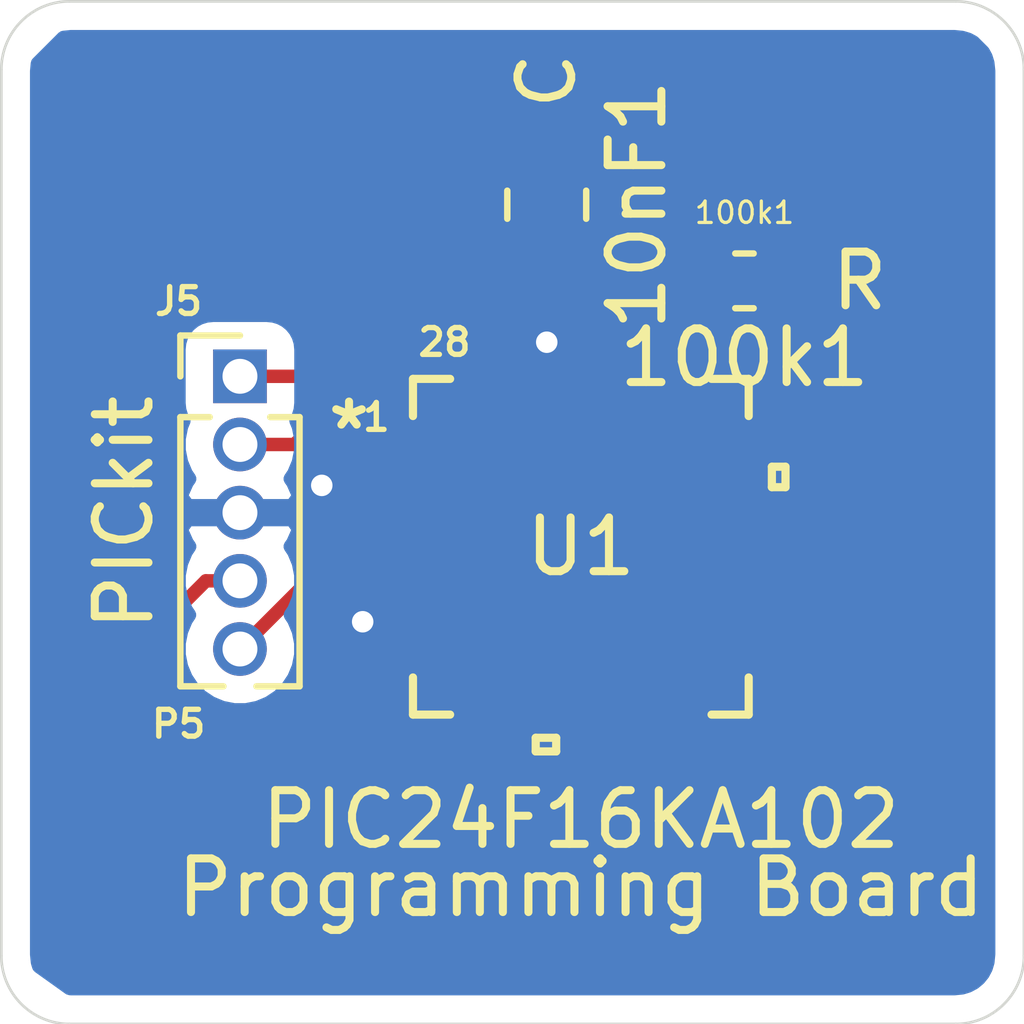
<source format=kicad_pcb>
(kicad_pcb (version 20171130) (host pcbnew "(5.1.8)-1")

  (general
    (thickness 1.6)
    (drawings 12)
    (tracks 70)
    (zones 0)
    (modules 4)
    (nets 27)
  )

  (page A4)
  (layers
    (0 F.Cu signal)
    (31 B.Cu signal)
    (32 B.Adhes user)
    (33 F.Adhes user)
    (34 B.Paste user)
    (35 F.Paste user)
    (36 B.SilkS user)
    (37 F.SilkS user)
    (38 B.Mask user)
    (39 F.Mask user)
    (40 Dwgs.User user)
    (41 Cmts.User user)
    (42 Eco1.User user)
    (43 Eco2.User user)
    (44 Edge.Cuts user)
    (45 Margin user)
    (46 B.CrtYd user)
    (47 F.CrtYd user)
    (48 B.Fab user)
    (49 F.Fab user)
  )

  (setup
    (last_trace_width 0.25)
    (trace_clearance 0.2)
    (zone_clearance 0.508)
    (zone_45_only no)
    (trace_min 0.1)
    (via_size 0.8)
    (via_drill 0.4)
    (via_min_size 0.2)
    (via_min_drill 0.3)
    (uvia_size 0.3)
    (uvia_drill 0.1)
    (uvias_allowed no)
    (uvia_min_size 0.2)
    (uvia_min_drill 0.1)
    (edge_width 0.05)
    (segment_width 0.2)
    (pcb_text_width 0.3)
    (pcb_text_size 1.5 1.5)
    (mod_edge_width 0.12)
    (mod_text_size 1 1)
    (mod_text_width 0.15)
    (pad_size 4 4)
    (pad_drill 0)
    (pad_to_mask_clearance 0)
    (aux_axis_origin 0 0)
    (visible_elements 7FFFF77F)
    (pcbplotparams
      (layerselection 0x010fc_ffffffff)
      (usegerberextensions false)
      (usegerberattributes true)
      (usegerberadvancedattributes true)
      (creategerberjobfile true)
      (excludeedgelayer true)
      (linewidth 0.100000)
      (plotframeref false)
      (viasonmask false)
      (mode 1)
      (useauxorigin false)
      (hpglpennumber 1)
      (hpglpenspeed 20)
      (hpglpendiameter 15.000000)
      (psnegative false)
      (psa4output false)
      (plotreference true)
      (plotvalue true)
      (plotinvisibletext false)
      (padsonsilk false)
      (subtractmaskfromsilk false)
      (outputformat 1)
      (mirror false)
      (drillshape 1)
      (scaleselection 1)
      (outputdirectory ""))
  )

  (net 0 "")
  (net 1 "MCLR(PIN1-PICkit)")
  (net 2 "PGD1(PIN5-PICkit)")
  (net 3 "PGC1(PIN4-PICkit)")
  (net 4 "Net-(U1-Pad3)")
  (net 5 "Net-(U1-Pad4)")
  (net 6 "Net-(U1-Pad6)")
  (net 7 "Net-(U1-Pad7)")
  (net 8 "Net-(U1-Pad8)")
  (net 9 "Net-(U1-Pad9)")
  (net 10 "Net-(U1-Pad11)")
  (net 11 "Net-(U1-Pad12)")
  (net 12 "Net-(U1-Pad13)")
  (net 13 "Net-(U1-Pad14)")
  (net 14 "Net-(U1-Pad15)")
  (net 15 "Net-(U1-Pad16)")
  (net 16 "Net-(U1-Pad17)")
  (net 17 "Net-(U1-Pad18)")
  (net 18 "Net-(U1-Pad19)")
  (net 19 "Net-(U1-Pad20)")
  (net 20 "Net-(U1-Pad21)")
  (net 21 "Net-(U1-Pad22)")
  (net 22 "Net-(U1-Pad23)")
  (net 23 "Net-(U1-Pad27)")
  (net 24 "Net-(U1-Pad28)")
  (net 25 +3V3)
  (net 26 GND)

  (net_class Default "This is the default net class."
    (clearance 0.2)
    (trace_width 0.25)
    (via_dia 0.8)
    (via_drill 0.4)
    (uvia_dia 0.3)
    (uvia_drill 0.1)
    (add_net +3V3)
    (add_net GND)
    (add_net "MCLR(PIN1-PICkit)")
    (add_net "Net-(U1-Pad11)")
    (add_net "Net-(U1-Pad12)")
    (add_net "Net-(U1-Pad13)")
    (add_net "Net-(U1-Pad14)")
    (add_net "Net-(U1-Pad15)")
    (add_net "Net-(U1-Pad16)")
    (add_net "Net-(U1-Pad17)")
    (add_net "Net-(U1-Pad18)")
    (add_net "Net-(U1-Pad19)")
    (add_net "Net-(U1-Pad20)")
    (add_net "Net-(U1-Pad21)")
    (add_net "Net-(U1-Pad22)")
    (add_net "Net-(U1-Pad23)")
    (add_net "Net-(U1-Pad27)")
    (add_net "Net-(U1-Pad28)")
    (add_net "Net-(U1-Pad3)")
    (add_net "Net-(U1-Pad4)")
    (add_net "Net-(U1-Pad6)")
    (add_net "Net-(U1-Pad7)")
    (add_net "Net-(U1-Pad8)")
    (add_net "Net-(U1-Pad9)")
    (add_net "PGC1(PIN4-PICkit)")
    (add_net "PGD1(PIN5-PICkit)")
  )

  (module Connector_PinHeader_1.27mm:PinHeader_1x05_P1.27mm_Vertical (layer F.Cu) (tedit 59FED6E3) (tstamp 5FC3ABAE)
    (at 27.305 147.955)
    (descr "Through hole straight pin header, 1x05, 1.27mm pitch, single row")
    (tags "Through hole pin header THT 1x05 1.27mm single row")
    (path /5FC9A806)
    (fp_text reference J5 (at -1.143 -1.397) (layer F.SilkS)
      (effects (font (size 0.5 0.5) (thickness 0.1)))
    )
    (fp_text value PICkit (at -2.159 2.54 270) (layer F.SilkS)
      (effects (font (size 1 1) (thickness 0.15)))
    )
    (fp_line (start 1.55 -1.15) (end -1.55 -1.15) (layer F.CrtYd) (width 0.05))
    (fp_line (start 1.55 6.25) (end 1.55 -1.15) (layer F.CrtYd) (width 0.05))
    (fp_line (start -1.55 6.25) (end 1.55 6.25) (layer F.CrtYd) (width 0.05))
    (fp_line (start -1.55 -1.15) (end -1.55 6.25) (layer F.CrtYd) (width 0.05))
    (fp_line (start -1.11 -0.76) (end 0 -0.76) (layer F.SilkS) (width 0.12))
    (fp_line (start -1.11 0) (end -1.11 -0.76) (layer F.SilkS) (width 0.12))
    (fp_line (start 0.563471 0.76) (end 1.11 0.76) (layer F.SilkS) (width 0.12))
    (fp_line (start -1.11 0.76) (end -0.563471 0.76) (layer F.SilkS) (width 0.12))
    (fp_line (start 1.11 0.76) (end 1.11 5.775) (layer F.SilkS) (width 0.12))
    (fp_line (start -1.11 0.76) (end -1.11 5.775) (layer F.SilkS) (width 0.12))
    (fp_line (start 0.30753 5.775) (end 1.11 5.775) (layer F.SilkS) (width 0.12))
    (fp_line (start -1.11 5.775) (end -0.30753 5.775) (layer F.SilkS) (width 0.12))
    (fp_line (start -1.05 -0.11) (end -0.525 -0.635) (layer F.Fab) (width 0.1))
    (fp_line (start -1.05 5.715) (end -1.05 -0.11) (layer F.Fab) (width 0.1))
    (fp_line (start 1.05 5.715) (end -1.05 5.715) (layer F.Fab) (width 0.1))
    (fp_line (start 1.05 -0.635) (end 1.05 5.715) (layer F.Fab) (width 0.1))
    (fp_line (start -0.525 -0.635) (end 1.05 -0.635) (layer F.Fab) (width 0.1))
    (fp_text user %R (at 0.127 -2.159 90) (layer F.Fab)
      (effects (font (size 1 1) (thickness 0.15)))
    )
    (pad 5 thru_hole oval (at 0 5.08) (size 1 1) (drill 0.65) (layers *.Cu *.Mask)
      (net 2 "PGD1(PIN5-PICkit)"))
    (pad 4 thru_hole oval (at 0 3.81) (size 1 1) (drill 0.65) (layers *.Cu *.Mask)
      (net 3 "PGC1(PIN4-PICkit)"))
    (pad 3 thru_hole oval (at 0 2.54) (size 1 1) (drill 0.65) (layers *.Cu *.Mask)
      (net 26 GND))
    (pad 2 thru_hole oval (at 0 1.27) (size 1 1) (drill 0.65) (layers *.Cu *.Mask)
      (net 25 +3V3))
    (pad 1 thru_hole rect (at 0 0) (size 1 1) (drill 0.65) (layers *.Cu *.Mask)
      (net 1 "MCLR(PIN1-PICkit)"))
    (model ${KISYS3DMOD}/Connector_PinHeader_1.27mm.3dshapes/PinHeader_1x05_P1.27mm_Vertical.wrl
      (at (xyz 0 0 0))
      (scale (xyz 1 1 1))
      (rotate (xyz 0 0 0))
    )
  )

  (module PIC24-28pinQFN-ProgrammingPCB:PIC24F16KA102-E&slash_ML (layer F.Cu) (tedit 5FC6CF93) (tstamp 5FC31415)
    (at 33.655 151.13)
    (path /5FC55744)
    (fp_text reference U1 (at 0 0) (layer F.SilkS)
      (effects (font (size 1 1) (thickness 0.15)))
    )
    (fp_text value PIC24F16KA102 (at 0 5.08) (layer F.SilkS)
      (effects (font (size 1 1) (thickness 0.15)))
    )
    (fp_line (start -3.000002 -1.730002) (end -1.730002 -3.000002) (layer F.Fab) (width 0.1524))
    (fp_line (start 1.7722 -3.000002) (end 2.1278 -3.000002) (layer F.Fab) (width 0.1524))
    (fp_line (start 2.1278 -3.000002) (end 2.1278 -3.000002) (layer F.Fab) (width 0.1524))
    (fp_line (start 2.1278 -3.000002) (end 1.7722 -3.000002) (layer F.Fab) (width 0.1524))
    (fp_line (start 1.7722 -3.000002) (end 1.7722 -3.000002) (layer F.Fab) (width 0.1524))
    (fp_line (start 1.1222 -3.000002) (end 1.4778 -3.000002) (layer F.Fab) (width 0.1524))
    (fp_line (start 1.4778 -3.000002) (end 1.4778 -3.000002) (layer F.Fab) (width 0.1524))
    (fp_line (start 1.4778 -3.000002) (end 1.1222 -3.000002) (layer F.Fab) (width 0.1524))
    (fp_line (start 1.1222 -3.000002) (end 1.1222 -3.000002) (layer F.Fab) (width 0.1524))
    (fp_line (start 0.4722 -3.000002) (end 0.8278 -3.000002) (layer F.Fab) (width 0.1524))
    (fp_line (start 0.8278 -3.000002) (end 0.8278 -3.000002) (layer F.Fab) (width 0.1524))
    (fp_line (start 0.8278 -3.000002) (end 0.4722 -3.000002) (layer F.Fab) (width 0.1524))
    (fp_line (start 0.4722 -3.000002) (end 0.4722 -3.000002) (layer F.Fab) (width 0.1524))
    (fp_line (start -0.1778 -3.000002) (end 0.1778 -3.000002) (layer F.Fab) (width 0.1524))
    (fp_line (start 0.1778 -3.000002) (end 0.1778 -3.000002) (layer F.Fab) (width 0.1524))
    (fp_line (start 0.1778 -3.000002) (end -0.1778 -3.000002) (layer F.Fab) (width 0.1524))
    (fp_line (start -0.1778 -3.000002) (end -0.1778 -3.000002) (layer F.Fab) (width 0.1524))
    (fp_line (start -0.8278 -3.000002) (end -0.4722 -3.000002) (layer F.Fab) (width 0.1524))
    (fp_line (start -0.4722 -3.000002) (end -0.4722 -3.000002) (layer F.Fab) (width 0.1524))
    (fp_line (start -0.4722 -3.000002) (end -0.8278 -3.000002) (layer F.Fab) (width 0.1524))
    (fp_line (start -0.8278 -3.000002) (end -0.8278 -3.000002) (layer F.Fab) (width 0.1524))
    (fp_line (start -1.4778 -3.000002) (end -1.1222 -3.000002) (layer F.Fab) (width 0.1524))
    (fp_line (start -1.1222 -3.000002) (end -1.1222 -3.000002) (layer F.Fab) (width 0.1524))
    (fp_line (start -1.1222 -3.000002) (end -1.4778 -3.000002) (layer F.Fab) (width 0.1524))
    (fp_line (start -1.4778 -3.000002) (end -1.4778 -3.000002) (layer F.Fab) (width 0.1524))
    (fp_line (start -2.1278 -3.000002) (end -1.7722 -3.000002) (layer F.Fab) (width 0.1524))
    (fp_line (start -1.7722 -3.000002) (end -1.7722 -3.000002) (layer F.Fab) (width 0.1524))
    (fp_line (start -1.7722 -3.000002) (end -2.1278 -3.000002) (layer F.Fab) (width 0.1524))
    (fp_line (start -2.1278 -3.000002) (end -2.1278 -3.000002) (layer F.Fab) (width 0.1524))
    (fp_line (start -3.000002 -1.7722) (end -3.000002 -2.1278) (layer F.Fab) (width 0.1524))
    (fp_line (start -3.000002 -2.1278) (end -3.000002 -2.1278) (layer F.Fab) (width 0.1524))
    (fp_line (start -3.000002 -2.1278) (end -3.000002 -1.7722) (layer F.Fab) (width 0.1524))
    (fp_line (start -3.000002 -1.7722) (end -3.000002 -1.7722) (layer F.Fab) (width 0.1524))
    (fp_line (start -3.000002 -1.1222) (end -3.000002 -1.4778) (layer F.Fab) (width 0.1524))
    (fp_line (start -3.000002 -1.4778) (end -3.000002 -1.4778) (layer F.Fab) (width 0.1524))
    (fp_line (start -3.000002 -1.4778) (end -3.000002 -1.1222) (layer F.Fab) (width 0.1524))
    (fp_line (start -3.000002 -1.1222) (end -3.000002 -1.1222) (layer F.Fab) (width 0.1524))
    (fp_line (start -3.000002 -0.4722) (end -3.000002 -0.8278) (layer F.Fab) (width 0.1524))
    (fp_line (start -3.000002 -0.8278) (end -3.000002 -0.8278) (layer F.Fab) (width 0.1524))
    (fp_line (start -3.000002 -0.8278) (end -3.000002 -0.4722) (layer F.Fab) (width 0.1524))
    (fp_line (start -3.000002 -0.4722) (end -3.000002 -0.4722) (layer F.Fab) (width 0.1524))
    (fp_line (start -3.000002 0.1778) (end -3.000002 -0.1778) (layer F.Fab) (width 0.1524))
    (fp_line (start -3.000002 -0.1778) (end -3.000002 -0.1778) (layer F.Fab) (width 0.1524))
    (fp_line (start -3.000002 -0.1778) (end -3.000002 0.1778) (layer F.Fab) (width 0.1524))
    (fp_line (start -3.000002 0.1778) (end -3.000002 0.1778) (layer F.Fab) (width 0.1524))
    (fp_line (start -3.000002 0.8278) (end -3.000002 0.4722) (layer F.Fab) (width 0.1524))
    (fp_line (start -3.000002 0.4722) (end -3.000002 0.4722) (layer F.Fab) (width 0.1524))
    (fp_line (start -3.000002 0.4722) (end -3.000002 0.8278) (layer F.Fab) (width 0.1524))
    (fp_line (start -3.000002 0.8278) (end -3.000002 0.8278) (layer F.Fab) (width 0.1524))
    (fp_line (start -3.000002 1.4778) (end -3.000002 1.1222) (layer F.Fab) (width 0.1524))
    (fp_line (start -3.000002 1.1222) (end -3.000002 1.1222) (layer F.Fab) (width 0.1524))
    (fp_line (start -3.000002 1.1222) (end -3.000002 1.4778) (layer F.Fab) (width 0.1524))
    (fp_line (start -3.000002 1.4778) (end -3.000002 1.4778) (layer F.Fab) (width 0.1524))
    (fp_line (start -3.000002 2.1278) (end -3.000002 1.7722) (layer F.Fab) (width 0.1524))
    (fp_line (start -3.000002 1.7722) (end -3.000002 1.7722) (layer F.Fab) (width 0.1524))
    (fp_line (start -3.000002 1.7722) (end -3.000002 2.1278) (layer F.Fab) (width 0.1524))
    (fp_line (start -3.000002 2.1278) (end -3.000002 2.1278) (layer F.Fab) (width 0.1524))
    (fp_line (start -1.7722 3.000002) (end -2.1278 3.000002) (layer F.Fab) (width 0.1524))
    (fp_line (start -2.1278 3.000002) (end -2.1278 3.000002) (layer F.Fab) (width 0.1524))
    (fp_line (start -2.1278 3.000002) (end -1.7722 3.000002) (layer F.Fab) (width 0.1524))
    (fp_line (start -1.7722 3.000002) (end -1.7722 3.000002) (layer F.Fab) (width 0.1524))
    (fp_line (start -1.1222 3.000002) (end -1.4778 3.000002) (layer F.Fab) (width 0.1524))
    (fp_line (start -1.4778 3.000002) (end -1.4778 3.000002) (layer F.Fab) (width 0.1524))
    (fp_line (start -1.4778 3.000002) (end -1.1222 3.000002) (layer F.Fab) (width 0.1524))
    (fp_line (start -1.1222 3.000002) (end -1.1222 3.000002) (layer F.Fab) (width 0.1524))
    (fp_line (start -0.4722 3.000002) (end -0.8278 3.000002) (layer F.Fab) (width 0.1524))
    (fp_line (start -0.8278 3.000002) (end -0.8278 3.000002) (layer F.Fab) (width 0.1524))
    (fp_line (start -0.8278 3.000002) (end -0.4722 3.000002) (layer F.Fab) (width 0.1524))
    (fp_line (start -0.4722 3.000002) (end -0.4722 3.000002) (layer F.Fab) (width 0.1524))
    (fp_line (start 0.1778 3.000002) (end -0.1778 3.000002) (layer F.Fab) (width 0.1524))
    (fp_line (start -0.1778 3.000002) (end -0.1778 3.000002) (layer F.Fab) (width 0.1524))
    (fp_line (start -0.1778 3.000002) (end 0.1778 3.000002) (layer F.Fab) (width 0.1524))
    (fp_line (start 0.1778 3.000002) (end 0.1778 3.000002) (layer F.Fab) (width 0.1524))
    (fp_line (start 0.8278 3.000002) (end 0.4722 3.000002) (layer F.Fab) (width 0.1524))
    (fp_line (start 0.4722 3.000002) (end 0.4722 3.000002) (layer F.Fab) (width 0.1524))
    (fp_line (start 0.4722 3.000002) (end 0.8278 3.000002) (layer F.Fab) (width 0.1524))
    (fp_line (start 0.8278 3.000002) (end 0.8278 3.000002) (layer F.Fab) (width 0.1524))
    (fp_line (start 1.4778 3.000002) (end 1.1222 3.000002) (layer F.Fab) (width 0.1524))
    (fp_line (start 1.1222 3.000002) (end 1.1222 3.000002) (layer F.Fab) (width 0.1524))
    (fp_line (start 1.1222 3.000002) (end 1.4778 3.000002) (layer F.Fab) (width 0.1524))
    (fp_line (start 1.4778 3.000002) (end 1.4778 3.000002) (layer F.Fab) (width 0.1524))
    (fp_line (start 2.1278 3.000002) (end 1.7722 3.000002) (layer F.Fab) (width 0.1524))
    (fp_line (start 1.7722 3.000002) (end 1.7722 3.000002) (layer F.Fab) (width 0.1524))
    (fp_line (start 1.7722 3.000002) (end 2.1278 3.000002) (layer F.Fab) (width 0.1524))
    (fp_line (start 2.1278 3.000002) (end 2.1278 3.000002) (layer F.Fab) (width 0.1524))
    (fp_line (start 3.000002 1.7722) (end 3.000002 2.1278) (layer F.Fab) (width 0.1524))
    (fp_line (start 3.000002 2.1278) (end 3.000002 2.1278) (layer F.Fab) (width 0.1524))
    (fp_line (start 3.000002 2.1278) (end 3.000002 1.7722) (layer F.Fab) (width 0.1524))
    (fp_line (start 3.000002 1.7722) (end 3.000002 1.7722) (layer F.Fab) (width 0.1524))
    (fp_line (start 3.000002 1.1222) (end 3.000002 1.4778) (layer F.Fab) (width 0.1524))
    (fp_line (start 3.000002 1.4778) (end 3.000002 1.4778) (layer F.Fab) (width 0.1524))
    (fp_line (start 3.000002 1.4778) (end 3.000002 1.1222) (layer F.Fab) (width 0.1524))
    (fp_line (start 3.000002 1.1222) (end 3.000002 1.1222) (layer F.Fab) (width 0.1524))
    (fp_line (start 3.000002 0.4722) (end 3.000002 0.8278) (layer F.Fab) (width 0.1524))
    (fp_line (start 3.000002 0.8278) (end 3.000002 0.8278) (layer F.Fab) (width 0.1524))
    (fp_line (start 3.000002 0.8278) (end 3.000002 0.4722) (layer F.Fab) (width 0.1524))
    (fp_line (start 3.000002 0.4722) (end 3.000002 0.4722) (layer F.Fab) (width 0.1524))
    (fp_line (start 3.000002 -0.1778) (end 3.000002 0.1778) (layer F.Fab) (width 0.1524))
    (fp_line (start 3.000002 0.1778) (end 3.000002 0.1778) (layer F.Fab) (width 0.1524))
    (fp_line (start 3.000002 0.1778) (end 3.000002 -0.1778) (layer F.Fab) (width 0.1524))
    (fp_line (start 3.000002 -0.1778) (end 3.000002 -0.1778) (layer F.Fab) (width 0.1524))
    (fp_line (start 3.000002 -0.8278) (end 3.000002 -0.4722) (layer F.Fab) (width 0.1524))
    (fp_line (start 3.000002 -0.4722) (end 3.000002 -0.4722) (layer F.Fab) (width 0.1524))
    (fp_line (start 3.000002 -0.4722) (end 3.000002 -0.8278) (layer F.Fab) (width 0.1524))
    (fp_line (start 3.000002 -0.8278) (end 3.000002 -0.8278) (layer F.Fab) (width 0.1524))
    (fp_line (start 3.000002 -1.4778) (end 3.000002 -1.1222) (layer F.Fab) (width 0.1524))
    (fp_line (start 3.000002 -1.1222) (end 3.000002 -1.1222) (layer F.Fab) (width 0.1524))
    (fp_line (start 3.000002 -1.1222) (end 3.000002 -1.4778) (layer F.Fab) (width 0.1524))
    (fp_line (start 3.000002 -1.4778) (end 3.000002 -1.4778) (layer F.Fab) (width 0.1524))
    (fp_line (start 3.000002 -2.1278) (end 3.000002 -1.7722) (layer F.Fab) (width 0.1524))
    (fp_line (start 3.000002 -1.7722) (end 3.000002 -1.7722) (layer F.Fab) (width 0.1524))
    (fp_line (start 3.000002 -1.7722) (end 3.000002 -2.1278) (layer F.Fab) (width 0.1524))
    (fp_line (start 3.000002 -2.1278) (end 3.000002 -2.1278) (layer F.Fab) (width 0.1524))
    (fp_line (start -3.127002 3.127002) (end -2.435141 3.127002) (layer F.SilkS) (width 0.1524))
    (fp_line (start 3.127002 3.127002) (end 3.127002 2.435141) (layer F.SilkS) (width 0.1524))
    (fp_line (start 3.127002 -3.127002) (end 2.435141 -3.127002) (layer F.SilkS) (width 0.1524))
    (fp_line (start -3.127002 -3.127002) (end -3.127002 -2.435141) (layer F.SilkS) (width 0.1524))
    (fp_line (start -3.127002 2.435139) (end -3.127002 3.127002) (layer F.SilkS) (width 0.1524))
    (fp_line (start -3.000002 3.000002) (end 3.000002 3.000002) (layer F.Fab) (width 0.1524))
    (fp_line (start 3.000002 3.000002) (end 3.000002 3.000002) (layer F.Fab) (width 0.1524))
    (fp_line (start 3.000002 3.000002) (end 3.000002 -3.000002) (layer F.Fab) (width 0.1524))
    (fp_line (start 3.000002 -3.000002) (end 3.000002 -3.000002) (layer F.Fab) (width 0.1524))
    (fp_line (start 3.000002 -3.000002) (end -3.000002 -3.000002) (layer F.Fab) (width 0.1524))
    (fp_line (start -3.000002 -3.000002) (end -3.000002 -3.000002) (layer F.Fab) (width 0.1524))
    (fp_line (start -3.000002 -3.000002) (end -3.000002 3.000002) (layer F.Fab) (width 0.1524))
    (fp_line (start -3.000002 3.000002) (end -3.000002 3.000002) (layer F.Fab) (width 0.1524))
    (fp_line (start 2.435139 3.127002) (end 3.127002 3.127002) (layer F.SilkS) (width 0.1524))
    (fp_line (start 3.127002 -2.435139) (end 3.127002 -3.127002) (layer F.SilkS) (width 0.1524))
    (fp_line (start -2.435139 -3.127002) (end -3.127002 -3.127002) (layer F.SilkS) (width 0.1524))
    (fp_line (start -0.840499 3.558802) (end -0.840499 3.812802) (layer F.SilkS) (width 0.1524))
    (fp_line (start -0.840499 3.812802) (end -0.459499 3.812802) (layer F.SilkS) (width 0.1524))
    (fp_line (start -0.459499 3.812802) (end -0.459499 3.558802) (layer F.SilkS) (width 0.1524))
    (fp_line (start -0.459499 3.558802) (end -0.840499 3.558802) (layer F.SilkS) (width 0.1524))
    (fp_line (start 3.812802 -1.4905) (end 3.812802 -1.1095) (layer F.SilkS) (width 0.1524))
    (fp_line (start 3.812802 -1.1095) (end 3.558802 -1.1095) (layer F.SilkS) (width 0.1524))
    (fp_line (start 3.558802 -1.1095) (end 3.558802 -1.4905) (layer F.SilkS) (width 0.1524))
    (fp_line (start 3.558802 -1.4905) (end 3.812802 -1.4905) (layer F.SilkS) (width 0.1524))
    (fp_line (start -1.9955 -1.9955) (end -1.9955 -0.7985) (layer F.Paste) (width 0.1524))
    (fp_line (start -1.9955 -0.7985) (end -0.7985 -0.7985) (layer F.Paste) (width 0.1524))
    (fp_line (start -0.7985 -0.7985) (end -0.7985 -1.9955) (layer F.Paste) (width 0.1524))
    (fp_line (start -0.7985 -1.9955) (end -1.9955 -1.9955) (layer F.Paste) (width 0.1524))
    (fp_line (start -1.9955 -0.5985) (end -1.9955 0.5985) (layer F.Paste) (width 0.1524))
    (fp_line (start -1.9955 0.5985) (end -0.7985 0.5985) (layer F.Paste) (width 0.1524))
    (fp_line (start -0.7985 0.5985) (end -0.7985 -0.5985) (layer F.Paste) (width 0.1524))
    (fp_line (start -0.7985 -0.5985) (end -1.9955 -0.5985) (layer F.Paste) (width 0.1524))
    (fp_line (start -1.9955 0.7985) (end -1.9955 1.9955) (layer F.Paste) (width 0.1524))
    (fp_line (start -1.9955 1.9955) (end -0.7985 1.9955) (layer F.Paste) (width 0.1524))
    (fp_line (start -0.7985 1.9955) (end -0.7985 0.7985) (layer F.Paste) (width 0.1524))
    (fp_line (start -0.7985 0.7985) (end -1.9955 0.7985) (layer F.Paste) (width 0.1524))
    (fp_line (start -0.5985 -1.9955) (end -0.5985 -0.7985) (layer F.Paste) (width 0.1524))
    (fp_line (start -0.5985 -0.7985) (end 0.5985 -0.7985) (layer F.Paste) (width 0.1524))
    (fp_line (start 0.5985 -0.7985) (end 0.5985 -1.9955) (layer F.Paste) (width 0.1524))
    (fp_line (start 0.5985 -1.9955) (end -0.5985 -1.9955) (layer F.Paste) (width 0.1524))
    (fp_line (start -0.5985 -0.5985) (end -0.5985 0.5985) (layer F.Paste) (width 0.1524))
    (fp_line (start -0.5985 0.5985) (end 0.5985 0.5985) (layer F.Paste) (width 0.1524))
    (fp_line (start 0.5985 0.5985) (end 0.5985 -0.5985) (layer F.Paste) (width 0.1524))
    (fp_line (start 0.5985 -0.5985) (end -0.5985 -0.5985) (layer F.Paste) (width 0.1524))
    (fp_line (start -0.5985 0.7985) (end -0.5985 1.9955) (layer F.Paste) (width 0.1524))
    (fp_line (start -0.5985 1.9955) (end 0.5985 1.9955) (layer F.Paste) (width 0.1524))
    (fp_line (start 0.5985 1.9955) (end 0.5985 0.7985) (layer F.Paste) (width 0.1524))
    (fp_line (start 0.5985 0.7985) (end -0.5985 0.7985) (layer F.Paste) (width 0.1524))
    (fp_line (start 0.7985 -1.9955) (end 0.7985 -0.7985) (layer F.Paste) (width 0.1524))
    (fp_line (start 0.7985 -0.7985) (end 1.9955 -0.7985) (layer F.Paste) (width 0.1524))
    (fp_line (start 1.9955 -0.7985) (end 1.9955 -1.9955) (layer F.Paste) (width 0.1524))
    (fp_line (start 1.9955 -1.9955) (end 0.7985 -1.9955) (layer F.Paste) (width 0.1524))
    (fp_line (start 0.7985 -0.5985) (end 0.7985 0.5985) (layer F.Paste) (width 0.1524))
    (fp_line (start 0.7985 0.5985) (end 1.9955 0.5985) (layer F.Paste) (width 0.1524))
    (fp_line (start 1.9955 0.5985) (end 1.9955 -0.5985) (layer F.Paste) (width 0.1524))
    (fp_line (start 1.9955 -0.5985) (end 0.7985 -0.5985) (layer F.Paste) (width 0.1524))
    (fp_line (start 0.7985 0.7985) (end 0.7985 1.9955) (layer F.Paste) (width 0.1524))
    (fp_line (start 0.7985 1.9955) (end 1.9955 1.9955) (layer F.Paste) (width 0.1524))
    (fp_line (start 1.9955 1.9955) (end 1.9955 0.7985) (layer F.Paste) (width 0.1524))
    (fp_line (start 1.9955 0.7985) (end 0.7985 0.7985) (layer F.Paste) (width 0.1524))
    (fp_line (start -3.254 3.254) (end -3.254 2.3564) (layer F.CrtYd) (width 0.1524))
    (fp_line (start -3.254 2.3564) (end -3.5588 2.3564) (layer F.CrtYd) (width 0.1524))
    (fp_line (start -3.5588 2.3564) (end -3.5588 -2.3564) (layer F.CrtYd) (width 0.1524))
    (fp_line (start -3.5588 -2.3564) (end -3.254 -2.3564) (layer F.CrtYd) (width 0.1524))
    (fp_line (start -3.254 -2.3564) (end -3.254 -3.254) (layer F.CrtYd) (width 0.1524))
    (fp_line (start -3.254 -3.254) (end -2.3564 -3.254) (layer F.CrtYd) (width 0.1524))
    (fp_line (start -2.3564 -3.254) (end -2.3564 -3.5588) (layer F.CrtYd) (width 0.1524))
    (fp_line (start -2.3564 -3.5588) (end 2.3564 -3.5588) (layer F.CrtYd) (width 0.1524))
    (fp_line (start 2.3564 -3.5588) (end 2.3564 -3.254) (layer F.CrtYd) (width 0.1524))
    (fp_line (start 2.3564 -3.254) (end 3.254 -3.254) (layer F.CrtYd) (width 0.1524))
    (fp_line (start 3.254 -3.254) (end 3.254 -2.3564) (layer F.CrtYd) (width 0.1524))
    (fp_line (start 3.254 -2.3564) (end 3.5588 -2.3564) (layer F.CrtYd) (width 0.1524))
    (fp_line (start 3.5588 -2.3564) (end 3.5588 2.3564) (layer F.CrtYd) (width 0.1524))
    (fp_line (start 3.5588 2.3564) (end 3.254 2.3564) (layer F.CrtYd) (width 0.1524))
    (fp_line (start 3.254 2.3564) (end 3.254 3.254) (layer F.CrtYd) (width 0.1524))
    (fp_line (start 3.254 3.254) (end 2.3564 3.254) (layer F.CrtYd) (width 0.1524))
    (fp_line (start 2.3564 3.254) (end 2.3564 3.5588) (layer F.CrtYd) (width 0.1524))
    (fp_line (start 2.3564 3.5588) (end -2.3564 3.5588) (layer F.CrtYd) (width 0.1524))
    (fp_line (start -2.3564 3.5588) (end -2.3564 3.254) (layer F.CrtYd) (width 0.1524))
    (fp_line (start -2.3564 3.254) (end -3.254 3.254) (layer F.CrtYd) (width 0.1524))
    (fp_text user "Copyright 2016 Accelerated Designs. All rights reserved." (at 0 0) (layer Cmts.User)
      (effects (font (size 0.127 0.127) (thickness 0.002)))
    )
    (fp_text user * (at -2.2888 -2.275) (layer F.Fab)
      (effects (font (size 1 1) (thickness 0.15)))
    )
    (fp_text user * (at -4.318 -2.159) (layer F.SilkS)
      (effects (font (size 1 1) (thickness 0.15)))
    )
    (fp_text user * (at -2.2888 -2.275) (layer F.Fab)
      (effects (font (size 1 1) (thickness 0.15)))
    )
    (pad 1 smd rect (at -2.796802 -1.950001 90) (size 0.3048 1.016) (layers F.Cu F.Paste F.Mask)
      (net 2 "PGD1(PIN5-PICkit)"))
    (pad 2 smd rect (at -2.796802 -1.3 90) (size 0.3048 1.016) (layers F.Cu F.Paste F.Mask)
      (net 3 "PGC1(PIN4-PICkit)"))
    (pad 3 smd rect (at -2.796802 -0.649999 90) (size 0.3048 1.016) (layers F.Cu F.Paste F.Mask)
      (net 4 "Net-(U1-Pad3)"))
    (pad 4 smd rect (at -2.796802 0 90) (size 0.3048 1.016) (layers F.Cu F.Paste F.Mask)
      (net 5 "Net-(U1-Pad4)"))
    (pad 5 smd rect (at -2.796802 0.649999 90) (size 0.3048 1.016) (layers F.Cu F.Paste F.Mask)
      (net 26 GND))
    (pad 6 smd rect (at -2.796802 1.3 90) (size 0.3048 1.016) (layers F.Cu F.Paste F.Mask)
      (net 6 "Net-(U1-Pad6)"))
    (pad 7 smd rect (at -2.796802 1.949999 90) (size 0.3048 1.016) (layers F.Cu F.Paste F.Mask)
      (net 7 "Net-(U1-Pad7)"))
    (pad 8 smd rect (at -1.950001 2.796802) (size 0.3048 1.016) (layers F.Cu F.Paste F.Mask)
      (net 8 "Net-(U1-Pad8)"))
    (pad 9 smd rect (at -1.3 2.796802) (size 0.3048 1.016) (layers F.Cu F.Paste F.Mask)
      (net 9 "Net-(U1-Pad9)"))
    (pad 10 smd rect (at -0.650001 2.796802) (size 0.3048 1.016) (layers F.Cu F.Paste F.Mask)
      (net 25 +3V3))
    (pad 11 smd rect (at 0 2.796802) (size 0.3048 1.016) (layers F.Cu F.Paste F.Mask)
      (net 10 "Net-(U1-Pad11)"))
    (pad 12 smd rect (at 0.649999 2.796802) (size 0.3048 1.016) (layers F.Cu F.Paste F.Mask)
      (net 11 "Net-(U1-Pad12)"))
    (pad 13 smd rect (at 1.3 2.796802) (size 0.3048 1.016) (layers F.Cu F.Paste F.Mask)
      (net 12 "Net-(U1-Pad13)"))
    (pad 14 smd rect (at 1.949999 2.796802) (size 0.3048 1.016) (layers F.Cu F.Paste F.Mask)
      (net 13 "Net-(U1-Pad14)"))
    (pad 15 smd rect (at 2.796802 1.950001 90) (size 0.3048 1.016) (layers F.Cu F.Paste F.Mask)
      (net 14 "Net-(U1-Pad15)"))
    (pad 16 smd rect (at 2.796802 1.3 90) (size 0.3048 1.016) (layers F.Cu F.Paste F.Mask)
      (net 15 "Net-(U1-Pad16)"))
    (pad 17 smd rect (at 2.796802 0.650001 90) (size 0.3048 1.016) (layers F.Cu F.Paste F.Mask)
      (net 16 "Net-(U1-Pad17)"))
    (pad 18 smd rect (at 2.796802 0 90) (size 0.3048 1.016) (layers F.Cu F.Paste F.Mask)
      (net 17 "Net-(U1-Pad18)"))
    (pad 19 smd rect (at 2.796802 -0.649999 90) (size 0.3048 1.016) (layers F.Cu F.Paste F.Mask)
      (net 18 "Net-(U1-Pad19)"))
    (pad 20 smd rect (at 2.796802 -1.3 90) (size 0.3048 1.016) (layers F.Cu F.Paste F.Mask)
      (net 19 "Net-(U1-Pad20)"))
    (pad 21 smd rect (at 2.796802 -1.949999 90) (size 0.3048 1.016) (layers F.Cu F.Paste F.Mask)
      (net 20 "Net-(U1-Pad21)"))
    (pad 22 smd rect (at 1.950001 -2.796802) (size 0.3048 1.016) (layers F.Cu F.Paste F.Mask)
      (net 21 "Net-(U1-Pad22)"))
    (pad 23 smd rect (at 1.3 -2.796802) (size 0.3048 1.016) (layers F.Cu F.Paste F.Mask)
      (net 22 "Net-(U1-Pad23)"))
    (pad 24 smd rect (at 0.650001 -2.796802) (size 0.3048 1.016) (layers F.Cu F.Paste F.Mask)
      (net 1 "MCLR(PIN1-PICkit)"))
    (pad 25 smd rect (at 0 -2.796802) (size 0.3048 1.016) (layers F.Cu F.Paste F.Mask)
      (net 25 +3V3))
    (pad 26 smd rect (at -0.649999 -2.796802) (size 0.3048 1.016) (layers F.Cu F.Paste F.Mask)
      (net 26 GND))
    (pad 27 smd rect (at -1.3 -2.796802) (size 0.3048 1.016) (layers F.Cu F.Paste F.Mask)
      (net 23 "Net-(U1-Pad27)"))
    (pad 28 smd rect (at -1.949999 -2.796802) (size 0.3048 1.016) (layers F.Cu F.Paste F.Mask)
      (net 24 "Net-(U1-Pad28)"))
    (pad EP smd rect (at 0 0) (size 4 4) (layers F.Cu F.Paste F.Mask)
      (net 26 GND))
  )

  (module Resistor_SMD:R_0603_1608Metric_Pad1.05x0.95mm_HandSolder (layer F.Cu) (tedit 5B301BBD) (tstamp 5FC31327)
    (at 36.703 146.177 180)
    (descr "Resistor SMD 0603 (1608 Metric), square (rectangular) end terminal, IPC_7351 nominal with elongated pad for handsoldering. (Body size source: http://www.tortai-tech.com/upload/download/2011102023233369053.pdf), generated with kicad-footprint-generator")
    (tags "resistor handsolder")
    (path /5FC6C04F)
    (attr smd)
    (fp_text reference 100k1 (at 0 -1.43) (layer F.SilkS)
      (effects (font (size 1 1) (thickness 0.15)))
    )
    (fp_text value R (at -2.145 0) (layer F.SilkS)
      (effects (font (size 1 1) (thickness 0.15)))
    )
    (fp_line (start 1.65 0.73) (end -1.65 0.73) (layer F.CrtYd) (width 0.05))
    (fp_line (start 1.65 -0.73) (end 1.65 0.73) (layer F.CrtYd) (width 0.05))
    (fp_line (start -1.65 -0.73) (end 1.65 -0.73) (layer F.CrtYd) (width 0.05))
    (fp_line (start -1.65 0.73) (end -1.65 -0.73) (layer F.CrtYd) (width 0.05))
    (fp_line (start -0.171267 0.51) (end 0.171267 0.51) (layer F.SilkS) (width 0.12))
    (fp_line (start -0.171267 -0.51) (end 0.171267 -0.51) (layer F.SilkS) (width 0.12))
    (fp_line (start 0.8 0.4) (end -0.8 0.4) (layer F.Fab) (width 0.1))
    (fp_line (start 0.8 -0.4) (end 0.8 0.4) (layer F.Fab) (width 0.1))
    (fp_line (start -0.8 -0.4) (end 0.8 -0.4) (layer F.Fab) (width 0.1))
    (fp_line (start -0.8 0.4) (end -0.8 -0.4) (layer F.Fab) (width 0.1))
    (fp_text user %R (at 0 1.27) (layer F.SilkS)
      (effects (font (size 0.4 0.4) (thickness 0.06)))
    )
    (pad 2 smd roundrect (at 0.875 0 180) (size 1.05 0.95) (layers F.Cu F.Paste F.Mask) (roundrect_rratio 0.25)
      (net 1 "MCLR(PIN1-PICkit)"))
    (pad 1 smd roundrect (at -0.875 0 180) (size 1.05 0.95) (layers F.Cu F.Paste F.Mask) (roundrect_rratio 0.25)
      (net 25 +3V3))
    (model ${KISYS3DMOD}/Resistor_SMD.3dshapes/R_0603_1608Metric.wrl
      (at (xyz 0 0 0))
      (scale (xyz 1 1 1))
      (rotate (xyz 0 0 0))
    )
  )

  (module Capacitor_SMD:C_0805_2012Metric_Pad1.18x1.45mm_HandSolder (layer F.Cu) (tedit 5F68FEEF) (tstamp 5FC31316)
    (at 33.02 144.7585 270)
    (descr "Capacitor SMD 0805 (2012 Metric), square (rectangular) end terminal, IPC_7351 nominal with elongated pad for handsoldering. (Body size source: IPC-SM-782 page 76, https://www.pcb-3d.com/wordpress/wp-content/uploads/ipc-sm-782a_amendment_1_and_2.pdf, https://docs.google.com/spreadsheets/d/1BsfQQcO9C6DZCsRaXUlFlo91Tg2WpOkGARC1WS5S8t0/edit?usp=sharing), generated with kicad-footprint-generator")
    (tags "capacitor handsolder")
    (path /5FC6C451)
    (attr smd)
    (fp_text reference 10nF1 (at 0 -1.68 90) (layer F.SilkS)
      (effects (font (size 1 1) (thickness 0.15)))
    )
    (fp_text value C (at -2.3075 0 90) (layer F.SilkS)
      (effects (font (size 1 1) (thickness 0.15)))
    )
    (fp_line (start 1.88 0.98) (end -1.88 0.98) (layer F.CrtYd) (width 0.05))
    (fp_line (start 1.88 -0.98) (end 1.88 0.98) (layer F.CrtYd) (width 0.05))
    (fp_line (start -1.88 -0.98) (end 1.88 -0.98) (layer F.CrtYd) (width 0.05))
    (fp_line (start -1.88 0.98) (end -1.88 -0.98) (layer F.CrtYd) (width 0.05))
    (fp_line (start -0.261252 0.735) (end 0.261252 0.735) (layer F.SilkS) (width 0.12))
    (fp_line (start -0.261252 -0.735) (end 0.261252 -0.735) (layer F.SilkS) (width 0.12))
    (fp_line (start 1 0.625) (end -1 0.625) (layer F.Fab) (width 0.1))
    (fp_line (start 1 -0.625) (end 1 0.625) (layer F.Fab) (width 0.1))
    (fp_line (start -1 -0.625) (end 1 -0.625) (layer F.Fab) (width 0.1))
    (fp_line (start -1 0.625) (end -1 -0.625) (layer F.Fab) (width 0.1))
    (pad 2 smd roundrect (at 1.0375 0 270) (size 1.175 1.45) (layers F.Cu F.Paste F.Mask) (roundrect_rratio 0.212766)
      (net 26 GND))
    (pad 1 smd roundrect (at -1.0375 0 270) (size 1.175 1.45) (layers F.Cu F.Paste F.Mask) (roundrect_rratio 0.212766)
      (net 25 +3V3))
    (model ${KISYS3DMOD}/Capacitor_SMD.3dshapes/C_0805_2012Metric.wrl
      (at (xyz 0 0 0))
      (scale (xyz 1 1 1))
      (rotate (xyz 0 0 0))
    )
  )

  (gr_text "P5\n" (at 26.162 154.432) (layer F.SilkS)
    (effects (font (size 0.5 0.5) (thickness 0.1)))
  )
  (gr_text 28 (at 31.115 147.32) (layer F.SilkS)
    (effects (font (size 0.5 0.5) (thickness 0.1)))
  )
  (gr_text 1 (at 29.845 148.717) (layer F.SilkS)
    (effects (font (size 0.5 0.5) (thickness 0.1)))
  )
  (gr_arc (start 24.13 158.75) (end 22.86 158.75) (angle -90) (layer Edge.Cuts) (width 0.05))
  (gr_text "Programming Board" (at 33.655 157.48) (layer F.SilkS)
    (effects (font (size 1 1) (thickness 0.15)))
  )
  (gr_line (start 24.13 140.97) (end 40.64 140.97) (layer Edge.Cuts) (width 0.05) (tstamp 5FC39CC7))
  (gr_line (start 22.86 158.75) (end 22.86 142.24) (layer Edge.Cuts) (width 0.05) (tstamp 5FC39CC6))
  (gr_line (start 40.64 160.02) (end 24.13 160.02) (layer Edge.Cuts) (width 0.05) (tstamp 5FC39CC5))
  (gr_line (start 41.91 142.24) (end 41.91 158.75) (layer Edge.Cuts) (width 0.05) (tstamp 5FC39CC4))
  (gr_arc (start 40.64 158.75) (end 40.64 160.02) (angle -90) (layer Edge.Cuts) (width 0.05))
  (gr_arc (start 24.13 142.24) (end 24.13 140.97) (angle -90) (layer Edge.Cuts) (width 0.05))
  (gr_arc (start 40.64 142.24) (end 41.91 142.24) (angle -90) (layer Edge.Cuts) (width 0.05))

  (via (at 33.02 147.32) (size 0.8) (drill 0.4) (layers F.Cu B.Cu) (net 26))
  (segment (start 33.02 148.318199) (end 33.005001 148.333198) (width 0.25) (layer F.Cu) (net 26))
  (segment (start 33.02 147.32) (end 33.02 148.318199) (width 0.25) (layer F.Cu) (net 26))
  (segment (start 33.005001 150.480001) (end 33.655 151.13) (width 0.25) (layer F.Cu) (net 26))
  (segment (start 33.005001 148.333198) (end 33.005001 150.480001) (width 0.25) (layer F.Cu) (net 26))
  (segment (start 30.100198 151.779999) (end 29.591 152.289197) (width 0.25) (layer F.Cu) (net 26))
  (segment (start 30.858198 151.779999) (end 30.100198 151.779999) (width 0.25) (layer F.Cu) (net 26))
  (segment (start 29.591 152.289197) (end 29.591 152.527) (width 0.25) (layer F.Cu) (net 26))
  (segment (start 29.591 152.527) (end 29.591 152.527) (width 0.25) (layer F.Cu) (net 26) (tstamp 5FC718CE))
  (via (at 29.591 152.527) (size 0.8) (drill 0.4) (layers F.Cu B.Cu) (net 26))
  (segment (start 34.29 148.318197) (end 34.305001 148.333198) (width 0.25) (layer F.Cu) (net 1))
  (segment (start 35.052 146.939) (end 35.812999 146.178001) (width 0.25) (layer F.Cu) (net 1))
  (segment (start 34.305001 147.685999) (end 35.052 146.939) (width 0.25) (layer F.Cu) (net 1))
  (segment (start 34.305001 148.333198) (end 34.305001 147.685999) (width 0.25) (layer F.Cu) (net 1))
  (segment (start 37.846 148.195) (end 35.828 146.177) (width 0.25) (layer F.Cu) (net 1))
  (segment (start 37.846 154.305) (end 37.846 148.195) (width 0.25) (layer F.Cu) (net 1))
  (segment (start 36.957 155.194) (end 37.846 154.305) (width 0.25) (layer F.Cu) (net 1))
  (segment (start 25.4 146.685) (end 25.4 154.051) (width 0.25) (layer F.Cu) (net 1))
  (segment (start 26.543 155.194) (end 36.957 155.194) (width 0.25) (layer F.Cu) (net 1))
  (segment (start 26.035 146.05) (end 25.4 146.685) (width 0.25) (layer F.Cu) (net 1))
  (segment (start 28.448 146.05) (end 26.035 146.05) (width 0.25) (layer F.Cu) (net 1))
  (segment (start 29.083 146.685) (end 28.448 146.05) (width 0.25) (layer F.Cu) (net 1))
  (segment (start 29.083 147.447) (end 29.083 146.685) (width 0.25) (layer F.Cu) (net 1))
  (segment (start 25.4 154.051) (end 26.543 155.194) (width 0.25) (layer F.Cu) (net 1))
  (segment (start 28.575 147.955) (end 29.083 147.447) (width 0.25) (layer F.Cu) (net 1))
  (segment (start 27.305 147.955) (end 28.575 147.955) (width 0.25) (layer F.Cu) (net 1))
  (segment (start 30.262797 149.179999) (end 30.858198 149.179999) (width 0.25) (layer F.Cu) (net 2))
  (segment (start 29.554001 149.888795) (end 30.262797 149.179999) (width 0.25) (layer F.Cu) (net 2))
  (segment (start 29.554001 150.785999) (end 29.554001 149.888795) (width 0.25) (layer F.Cu) (net 2))
  (segment (start 27.305 153.035) (end 29.554001 150.785999) (width 0.25) (layer F.Cu) (net 2))
  (segment (start 30.262797 149.83) (end 30.858198 149.83) (width 0.25) (layer F.Cu) (net 3))
  (segment (start 30.025197 150.951213) (end 30.025197 150.0676) (width 0.25) (layer F.Cu) (net 3))
  (segment (start 28.448 152.52841) (end 30.025197 150.951213) (width 0.25) (layer F.Cu) (net 3))
  (segment (start 28.448 153.67) (end 28.448 152.52841) (width 0.25) (layer F.Cu) (net 3))
  (segment (start 27.813 154.305) (end 28.448 153.67) (width 0.25) (layer F.Cu) (net 3))
  (segment (start 26.797 154.305) (end 27.813 154.305) (width 0.25) (layer F.Cu) (net 3))
  (segment (start 26.035 153.543) (end 26.797 154.305) (width 0.25) (layer F.Cu) (net 3))
  (segment (start 26.035 152.4) (end 26.035 153.543) (width 0.25) (layer F.Cu) (net 3))
  (segment (start 26.67 151.765) (end 26.035 152.4) (width 0.25) (layer F.Cu) (net 3))
  (segment (start 30.025197 150.0676) (end 30.262797 149.83) (width 0.25) (layer F.Cu) (net 3))
  (segment (start 27.305 151.765) (end 26.67 151.765) (width 0.25) (layer F.Cu) (net 3))
  (segment (start 33.004999 154.320001) (end 33.02 154.335002) (width 0.25) (layer F.Cu) (net 25))
  (segment (start 33.004999 153.926802) (end 33.004999 154.320001) (width 0.25) (layer F.Cu) (net 25))
  (segment (start 27.305 149.225) (end 28.321 149.225) (width 0.25) (layer F.Cu) (net 25))
  (segment (start 28.321 149.225) (end 31.115 146.431) (width 0.25) (layer F.Cu) (net 25))
  (segment (start 31.115 145.626) (end 33.02 143.721) (width 0.25) (layer F.Cu) (net 25))
  (segment (start 31.115 146.431) (end 31.115 145.626) (width 0.25) (layer F.Cu) (net 25))
  (segment (start 37.578 145.147) (end 37.578 146.177) (width 0.25) (layer F.Cu) (net 25))
  (segment (start 36.152 143.721) (end 37.578 145.147) (width 0.25) (layer F.Cu) (net 25))
  (segment (start 33.655 147.69959) (end 34.544 146.81059) (width 0.25) (layer F.Cu) (net 25))
  (segment (start 33.655 148.333198) (end 33.655 147.69959) (width 0.25) (layer F.Cu) (net 25))
  (segment (start 34.544 143.764) (end 34.587 143.721) (width 0.25) (layer F.Cu) (net 25))
  (segment (start 34.544 146.81059) (end 34.544 143.764) (width 0.25) (layer F.Cu) (net 25))
  (segment (start 34.587 143.721) (end 36.152 143.721) (width 0.25) (layer F.Cu) (net 25))
  (segment (start 33.02 143.721) (end 34.587 143.721) (width 0.25) (layer F.Cu) (net 25))
  (segment (start 33.02 145.796) (end 33.02 147.32) (width 0.25) (layer F.Cu) (net 26))
  (segment (start 28.829 149.987) (end 28.702 149.987) (width 0.25) (layer B.Cu) (net 26))
  (via (at 28.829 149.987) (size 0.8) (drill 0.4) (layers F.Cu B.Cu) (net 26))
  (segment (start 28.321 150.495) (end 28.829 149.987) (width 0.25) (layer F.Cu) (net 26))
  (segment (start 27.305 150.495) (end 28.321 150.495) (width 0.25) (layer F.Cu) (net 26))
  (segment (start 30.353 151.765) (end 29.591 152.527) (width 0.25) (layer B.Cu) (net 26))
  (segment (start 32.004 151.765) (end 30.353 151.765) (width 0.25) (layer B.Cu) (net 26))
  (segment (start 33.02 150.749) (end 32.004 151.765) (width 0.25) (layer B.Cu) (net 26))
  (segment (start 33.02 147.32) (end 33.02 150.749) (width 0.25) (layer B.Cu) (net 26))
  (segment (start 28.829 151.765) (end 29.591 152.527) (width 0.25) (layer B.Cu) (net 26))
  (segment (start 28.829 149.987) (end 28.829 151.765) (width 0.25) (layer B.Cu) (net 26))
  (segment (start 28.829 149.987) (end 28.829 147.955) (width 0.25) (layer B.Cu) (net 26))
  (segment (start 32.70801 147.00801) (end 33.02 147.32) (width 0.25) (layer B.Cu) (net 26))
  (segment (start 29.77599 147.00801) (end 32.70801 147.00801) (width 0.25) (layer B.Cu) (net 26))
  (segment (start 28.829 147.955) (end 29.77599 147.00801) (width 0.25) (layer B.Cu) (net 26))

  (zone (net 26) (net_name GND) (layer B.Cu) (tstamp 0) (hatch edge 0.508)
    (connect_pads (clearance 0.508))
    (min_thickness 0.254)
    (fill yes (arc_segments 32) (thermal_gap 0.508) (thermal_bridge_width 0.508))
    (polygon
      (pts
        (xy 41.656 142.24) (xy 41.529 159.004) (xy 40.894 159.512) (xy 24.13 159.512) (xy 23.241 158.877)
        (xy 23.241 142.24) (xy 24.003 141.478) (xy 40.894 141.478)
      )
    )
    (filled_polygon
      (pts
        (xy 40.757869 141.644722) (xy 40.871246 141.678953) (xy 40.96542 141.729026) (xy 41.150193 141.913799) (xy 41.199419 142.004844)
        (xy 41.23444 142.117976) (xy 41.25 142.266022) (xy 41.250001 158.717711) (xy 41.235278 158.867869) (xy 41.201047 158.981246)
        (xy 41.145446 159.085817) (xy 41.070594 159.177595) (xy 40.979335 159.253091) (xy 40.87516 159.309419) (xy 40.762024 159.34444)
        (xy 40.613979 159.36) (xy 24.162279 159.36) (xy 24.13147 159.356979) (xy 23.559129 158.948165) (xy 23.53556 158.872024)
        (xy 23.52 158.723979) (xy 23.52 151.653212) (xy 26.17 151.653212) (xy 26.17 151.876788) (xy 26.213617 152.096067)
        (xy 26.299176 152.302624) (xy 26.364241 152.4) (xy 26.299176 152.497376) (xy 26.213617 152.703933) (xy 26.17 152.923212)
        (xy 26.17 153.146788) (xy 26.213617 153.366067) (xy 26.299176 153.572624) (xy 26.423388 153.75852) (xy 26.58148 153.916612)
        (xy 26.767376 154.040824) (xy 26.973933 154.126383) (xy 27.193212 154.17) (xy 27.416788 154.17) (xy 27.636067 154.126383)
        (xy 27.842624 154.040824) (xy 28.02852 153.916612) (xy 28.186612 153.75852) (xy 28.310824 153.572624) (xy 28.396383 153.366067)
        (xy 28.44 153.146788) (xy 28.44 152.923212) (xy 28.396383 152.703933) (xy 28.310824 152.497376) (xy 28.245759 152.4)
        (xy 28.310824 152.302624) (xy 28.396383 152.096067) (xy 28.44 151.876788) (xy 28.44 151.653212) (xy 28.396383 151.433933)
        (xy 28.310824 151.227376) (xy 28.242647 151.125342) (xy 28.292123 151.055206) (xy 28.382446 150.851864) (xy 28.399119 150.796874)
        (xy 28.272954 150.622) (xy 27.432 150.622) (xy 27.432 150.633026) (xy 27.416788 150.63) (xy 27.193212 150.63)
        (xy 27.178 150.633026) (xy 27.178 150.622) (xy 26.337046 150.622) (xy 26.210881 150.796874) (xy 26.227554 150.851864)
        (xy 26.317877 151.055206) (xy 26.367353 151.125342) (xy 26.299176 151.227376) (xy 26.213617 151.433933) (xy 26.17 151.653212)
        (xy 23.52 151.653212) (xy 23.52 147.455) (xy 26.166928 147.455) (xy 26.166928 148.455) (xy 26.179188 148.579482)
        (xy 26.215498 148.69918) (xy 26.259888 148.782226) (xy 26.213617 148.893933) (xy 26.17 149.113212) (xy 26.17 149.336788)
        (xy 26.213617 149.556067) (xy 26.299176 149.762624) (xy 26.367353 149.864658) (xy 26.317877 149.934794) (xy 26.227554 150.138136)
        (xy 26.210881 150.193126) (xy 26.337046 150.368) (xy 27.178 150.368) (xy 27.178 150.356974) (xy 27.193212 150.36)
        (xy 27.416788 150.36) (xy 27.432 150.356974) (xy 27.432 150.368) (xy 28.272954 150.368) (xy 28.399119 150.193126)
        (xy 28.382446 150.138136) (xy 28.292123 149.934794) (xy 28.242647 149.864658) (xy 28.310824 149.762624) (xy 28.396383 149.556067)
        (xy 28.44 149.336788) (xy 28.44 149.113212) (xy 28.396383 148.893933) (xy 28.350112 148.782226) (xy 28.394502 148.69918)
        (xy 28.430812 148.579482) (xy 28.443072 148.455) (xy 28.443072 147.455) (xy 28.430812 147.330518) (xy 28.394502 147.21082)
        (xy 28.335537 147.100506) (xy 28.256185 147.003815) (xy 28.159494 146.924463) (xy 28.04918 146.865498) (xy 27.929482 146.829188)
        (xy 27.805 146.816928) (xy 26.805 146.816928) (xy 26.680518 146.829188) (xy 26.56082 146.865498) (xy 26.450506 146.924463)
        (xy 26.353815 147.003815) (xy 26.274463 147.100506) (xy 26.215498 147.21082) (xy 26.179188 147.330518) (xy 26.166928 147.455)
        (xy 23.52 147.455) (xy 23.52 142.272279) (xy 23.534314 142.126292) (xy 24.015876 141.64473) (xy 24.156022 141.63)
        (xy 40.607721 141.63)
      )
    )
  )
)

</source>
